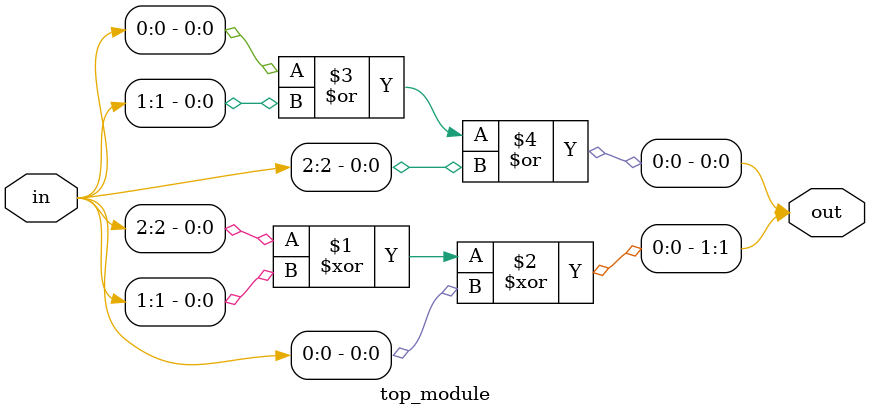
<source format=sv>
module top_module (
	input [2:0] in,
	output [1:0] out
);
	
	// Logic for calculating the sum
	assign out[1] = in[2] ^ in[1] ^ in[0];
	assign out[0] = in[0] | in[1] | in[2];

endmodule

</source>
